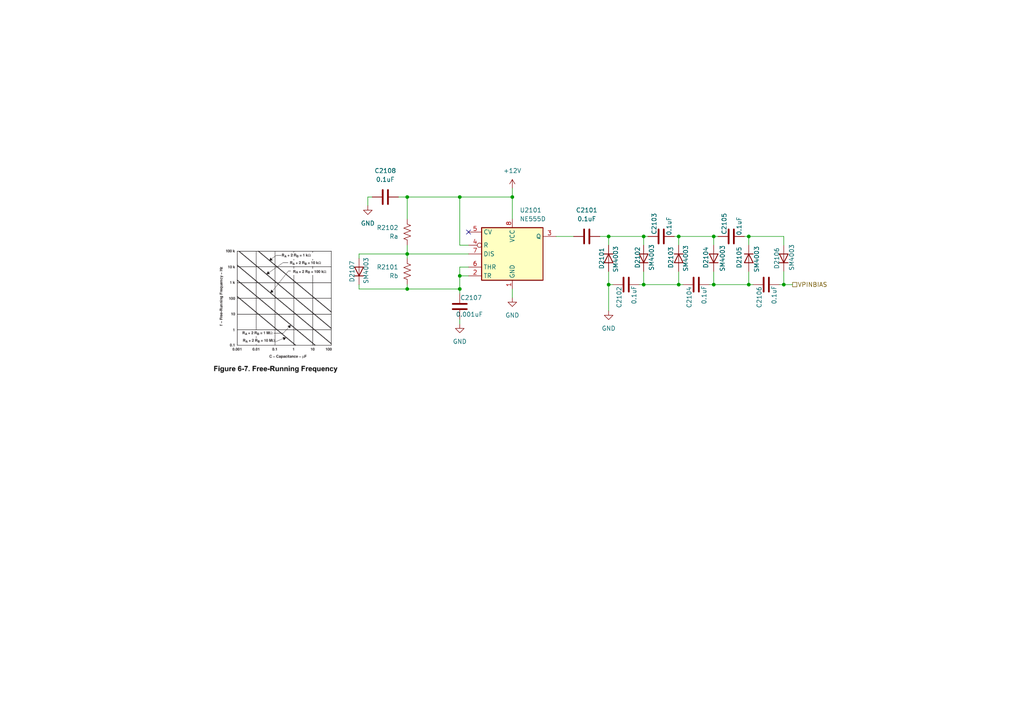
<source format=kicad_sch>
(kicad_sch (version 20250114) (generator "eeschema") (generator_version "9.0")
  (paper "A4")
  (lib_symbols
    (symbol "Device:C" (pin_numbers (hide yes)) (pin_names (offset 0.254))
      (property "Reference" "C" (at 0.635 2.54 0))
      (property "Value" "C" (at 0.635 -2.54 0))
      (symbol "C_0_1"
        (polyline (pts (xy -2.032 0.762) (xy 2.032 0.762)) (stroke (width 0.508)))
        (polyline (pts (xy -2.032 -0.762) (xy 2.032 -0.762)) (stroke (width 0.508)))
      )
      (symbol "C_1_1"
        (pin passive line (at 0 3.81 270) (length 2.794) (name "~") (number "1"))
        (pin passive line (at 0 -3.81 90) (length 2.794) (name "~") (number "2"))
      )
    )
    (symbol "Device:R_US" (pin_numbers (hide yes)) (pin_names (offset 0))
      (property "Reference" "R" (at 2.54 0 90))
      (property "Value" "R_US" (at -2.54 0 90))
      (symbol "R_US_0_1"
        (polyline (pts (xy 0 2.286) (xy 0 2.54)))
        (polyline (pts (xy 0 2.286) (xy 1.016 1.905) (xy 0 1.524) (xy -1.016 1.143) (xy 0 0.762)))
        (polyline (pts (xy 0 0.762) (xy 1.016 0.381) (xy 0 0) (xy -1.016 -0.381) (xy 0 -0.762)))
        (polyline (pts (xy 0 -0.762) (xy 1.016 -1.143) (xy 0 -1.524) (xy -1.016 -1.905) (xy 0 -2.286)))
        (polyline (pts (xy 0 -2.286) (xy 0 -2.54)))
      )
      (symbol "R_US_1_1"
        (pin passive line (at 0 3.81 270) (length 1.27) (name "~") (number "1"))
        (pin passive line (at 0 -3.81 90) (length 1.27) (name "~") (number "2"))
      )
    )
    (symbol "Diode:SM4003" (pin_numbers (hide yes)) (pin_names (hide yes))
      (property "Reference" "D" (at 0 2.54 0))
      (property "Value" "SM4003" (at 0 -2.54 0))
      (symbol "SM4003_0_1"
        (polyline (pts (xy -1.27 1.27) (xy -1.27 -1.27)) (stroke (width 0.254)))
        (polyline (pts (xy 1.27 1.27) (xy 1.27 -1.27) (xy -1.27 0) (xy 1.27 1.27)) (stroke (width 0.254)))
        (polyline (pts (xy 1.27 0) (xy -1.27 0)))
      )
      (symbol "SM4003_1_1"
        (pin passive line (at -3.81 0 0) (length 2.54) (name "K") (number "1"))
        (pin passive line (at 3.81 0 180) (length 2.54) (name "A") (number "2"))
      )
    )
    (symbol "Timer:NE555D"
      (property "Reference" "U2101" (at 2.1433 12.7 0))
      (property "Value" "NE555D" (at 2.1433 10.16 0))
      (symbol "NE555D_0_0"
        (pin power_in line (at 0 10.16 270) (length 2.54) (name "VCC") (number "8"))
        (pin power_in line (at 0 -10.16 90) (length 2.54) (name "GND") (number "1"))
      )
      (symbol "NE555D_0_1"
        (rectangle (start -8.89 -7.62) (end 8.89 7.62) (stroke (width 0.254)) (fill (type background)))
        (rectangle (start -8.89 -7.62) (end 8.89 7.62) (stroke (width 0.254)) (fill (type background)))
      )
      (symbol "NE555D_1_1"
        (pin input line (at -12.7 6.35 0) (length 3.81) (name "CV") (number "5"))
        (pin input inverted (at -12.7 2.54 0) (length 3.81) (name "R") (number "4"))
        (pin input line (at -12.7 0 0) (length 3.81) (name "DIS") (number "7"))
        (pin input line (at -12.7 -3.81 0) (length 3.81) (name "THR") (number "6"))
        (pin input line (at -12.7 -6.35 0) (length 3.81) (name "TR") (number "2"))
        (pin output line (at 12.7 5.08 180) (length 3.81) (name "Q") (number "3"))
      )
    )
    (symbol "power:+12V" (power) (pin_numbers (hide yes)) (pin_names (offset 0) (hide yes))
      (property "Value" "+12V" (at 0 3.556 0))
      (symbol "+12V_0_1"
        (polyline (pts (xy -0.762 1.27) (xy 0 2.54)))
        (polyline (pts (xy 0 2.54) (xy 0.762 1.27)))
        (polyline (pts (xy 0 0) (xy 0 2.54)))
      )
      (symbol "+12V_1_1"
        (pin power_in line (at 0 0 90) (length 0) (name "~") (number "1"))
      )
    )
    (symbol "power:GND" (power) (pin_numbers (hide yes)) (pin_names (offset 0) (hide yes))
      (property "Value" "GND" (at 0 -3.81 0))
      (symbol "GND_0_1"
        (polyline (pts (xy 0 0) (xy 0 -1.27) (xy 1.27 -1.27) (xy 0 -2.54) (xy -1.27 -1.27) (xy 0 -1.27)))
      )
      (symbol "GND_1_1"
        (pin power_in line (at 0 0 270) (length 0) (name "~") (number "1"))
      )
    )
  )
  (junction (at 133.35 83.82))
  (junction (at 176.53 68.58))
  (junction (at 227.33 82.55))
  (junction (at 118.11 83.82))
  (junction (at 118.11 73.66))
  (junction (at 207.01 68.58))
  (junction (at 186.69 82.55))
  (junction (at 217.17 82.55))
  (junction (at 186.69 68.58))
  (junction (at 196.85 82.55))
  (junction (at 133.35 80.01))
  (junction (at 217.17 68.58))
  (junction (at 148.59 57.15))
  (junction (at 133.35 57.15))
  (junction (at 196.85 68.58))
  (junction (at 176.53 82.55))
  (junction (at 118.11 57.15))
  (junction (at 207.01 82.55))
  (no_connect (at 135.89 67.31))
  (wire (pts (xy 217.17 71.12) (xy 217.17 68.58)))
  (wire (pts (xy 215.9 68.58) (xy 217.17 68.58)))
  (wire (pts (xy 186.69 82.55) (xy 186.69 78.74)))
  (wire (pts (xy 118.11 71.12) (xy 118.11 73.66)))
  (wire (pts (xy 186.69 68.58) (xy 186.69 71.12)))
  (wire (pts (xy 176.53 82.55) (xy 176.53 90.17)))
  (wire (pts (xy 195.58 68.58) (xy 196.85 68.58)))
  (wire (pts (xy 118.11 73.66) (xy 135.89 73.66)))
  (wire (pts (xy 135.89 77.47) (xy 133.35 77.47)))
  (wire (pts (xy 133.35 80.01) (xy 133.35 83.82)))
  (wire (pts (xy 196.85 68.58) (xy 207.01 68.58)))
  (wire (pts (xy 176.53 68.58) (xy 173.99 68.58)))
  (wire (pts (xy 217.17 82.55) (xy 217.17 78.74)))
  (wire (pts (xy 196.85 71.12) (xy 196.85 68.58)))
  (wire (pts (xy 118.11 74.93) (xy 118.11 73.66)))
  (wire (pts (xy 106.68 59.69) (xy 106.68 57.15)))
  (wire (pts (xy 118.11 83.82) (xy 118.11 82.55)))
  (wire (pts (xy 104.14 73.66) (xy 118.11 73.66)))
  (wire (pts (xy 133.35 92.71) (xy 133.35 93.98)))
  (wire (pts (xy 148.59 83.82) (xy 148.59 86.36)))
  (wire (pts (xy 148.59 57.15) (xy 148.59 63.5)))
  (wire (pts (xy 186.69 68.58) (xy 187.96 68.58)))
  (wire (pts (xy 148.59 54.61) (xy 148.59 57.15)))
  (wire (pts (xy 227.33 82.55) (xy 227.33 78.74)))
  (wire (pts (xy 176.53 68.58) (xy 176.53 71.12)))
  (wire (pts (xy 186.69 82.55) (xy 196.85 82.55)))
  (wire (pts (xy 135.89 71.12) (xy 133.35 71.12)))
  (wire (pts (xy 217.17 68.58) (xy 227.33 68.58)))
  (wire (pts (xy 118.11 57.15) (xy 118.11 63.5)))
  (wire (pts (xy 176.53 68.58) (xy 186.69 68.58)))
  (wire (pts (xy 207.01 82.55) (xy 217.17 82.55)))
  (wire (pts (xy 133.35 80.01) (xy 135.89 80.01)))
  (wire (pts (xy 133.35 57.15) (xy 148.59 57.15)))
  (wire (pts (xy 205.74 82.55) (xy 207.01 82.55)))
  (wire (pts (xy 133.35 83.82) (xy 133.35 85.09)))
  (wire (pts (xy 104.14 83.82) (xy 118.11 83.82)))
  (wire (pts (xy 115.57 57.15) (xy 118.11 57.15)))
  (wire (pts (xy 118.11 83.82) (xy 133.35 83.82)))
  (wire (pts (xy 227.33 68.58) (xy 227.33 71.12)))
  (wire (pts (xy 176.53 82.55) (xy 177.8 82.55)))
  (wire (pts (xy 207.01 78.74) (xy 207.01 82.55)))
  (wire (pts (xy 176.53 78.74) (xy 176.53 82.55)))
  (wire (pts (xy 133.35 71.12) (xy 133.35 57.15)))
  (wire (pts (xy 207.01 68.58) (xy 207.01 71.12)))
  (wire (pts (xy 104.14 74.93) (xy 104.14 73.66)))
  (wire (pts (xy 217.17 82.55) (xy 218.44 82.55)))
  (wire (pts (xy 118.11 57.15) (xy 133.35 57.15)))
  (wire (pts (xy 207.01 68.58) (xy 208.28 68.58)))
  (wire (pts (xy 227.33 82.55) (xy 226.06 82.55)))
  (wire (pts (xy 185.42 82.55) (xy 186.69 82.55)))
  (wire (pts (xy 196.85 82.55) (xy 196.85 78.74)))
  (wire (pts (xy 104.14 82.55) (xy 104.14 83.82)))
  (wire (pts (xy 229.87 82.55) (xy 227.33 82.55)))
  (wire (pts (xy 196.85 82.55) (xy 198.12 82.55)))
  (wire (pts (xy 133.35 77.47) (xy 133.35 80.01)))
  (wire (pts (xy 106.68 57.15) (xy 107.95 57.15)))
  (wire (pts (xy 161.29 68.58) (xy 166.37 68.58)))
  (image (at 80.01 90.17) (scale 0.513014))
  (hierarchical_label "VPINBIAS" (shape passive) (at 229.87 82.55 0))
  (symbol (lib_id "Device:C") (at 133.35 88.9 0) (mirror y) (unit 1)
    (property "Reference" "C2107" (at 136.652 86.36 0))
    (property "Value" "0.001uF" (at 136.144 91.186 0))
    (property "Description" "Unpolarized capacitor" (effects (hide yes)))
  )
  (symbol (lib_id "Device:C") (at 191.77 68.58 270) (unit 1)
    (property "Reference" "C2103" (at 189.738 68.072 0) (effects (justify right)))
    (property "Value" "0.1uF" (at 194.056 68.326 0) (effects (justify right)))
    (property "Description" "Unpolarized capacitor" (effects (hide yes)))
  )
  (symbol (lib_id "Diode:SM4003") (at 104.14 78.74 270) (mirror x) (unit 1)
    (property "Reference" "D2107" (at 102.108 78.74 0))
    (property "Value" "SM4003" (at 106.172 78.486 0))
    (property "Footprint" "Diode_SMD:D_MELF" (effects (hide yes)))
    (property "Datasheet" "http://cdn-reichelt.de/documents/datenblatt/A400/SMD1N400%23DIO.pdf" (effects (hide yes)))
    (property "Description" "200V 1A General Purpose Rectifier Diode, MELF" (effects (hide yes)))
    (property "Sim.Device" "D" (effects (hide yes)))
    (property "Sim.Pins" "1=K 2=A" (effects (hide yes)))
  )
  (symbol (lib_id "Timer:NE555D") (at 148.59 73.66 0) (unit 1)
    (property "Reference" "U2101" (at 150.7333 60.96 0) (effects (justify left)))
    (property "Value" "NE555D" (at 150.7333 63.5 0) (effects (justify left)))
    (property "Footprint" "Package_SO:SOIC-8_3.9x4.9mm_P1.27mm" (effects (hide yes)))
    (property "Datasheet" "http://www.ti.com/lit/ds/symlink/ne555.pdf" (effects (hide yes)))
    (property "Description" "Precision Timers, 555 compatible, SOIC-8" (effects (hide yes)))
  )
  (symbol (lib_id "Device:C") (at 222.25 82.55 270) (mirror x) (unit 1)
    (property "Reference" "C2106" (at 220.218 83.058 0) (effects (justify right)))
    (property "Value" "0.1uF" (at 224.536 82.804 0) (effects (justify right)))
    (property "Description" "Unpolarized capacitor" (effects (hide yes)))
  )
  (symbol (lib_id "power:+12V") (at 148.59 54.61 0) (unit 1)
    (property "Reference" "#PWR02102" (effects (hide yes)))
    (property "Value" "+12V" (at 148.59 49.53 0))
    (property "Description" "Power symbol creates a global label with name \"+12V\"" (effects (hide yes)))
  )
  (symbol (lib_id "Diode:SM4003") (at 186.69 74.93 90) (unit 1)
    (property "Reference" "D2102" (at 184.912 74.676 0))
    (property "Value" "SM4003" (at 188.976 74.676 0))
    (property "Footprint" "Diode_SMD:D_MELF" (effects (hide yes)))
    (property "Datasheet" "http://cdn-reichelt.de/documents/datenblatt/A400/SMD1N400%23DIO.pdf" (effects (hide yes)))
    (property "Description" "200V 1A General Purpose Rectifier Diode, MELF" (effects (hide yes)))
    (property "Sim.Device" "D" (effects (hide yes)))
    (property "Sim.Pins" "1=K 2=A" (effects (hide yes)))
  )
  (symbol (lib_id "Diode:SM4003") (at 227.33 74.93 90) (unit 1)
    (property "Reference" "D2106" (at 225.298 74.93 0))
    (property "Value" "SM4003" (at 229.616 74.676 0))
    (property "Footprint" "Diode_SMD:D_MELF" (effects (hide yes)))
    (property "Datasheet" "http://cdn-reichelt.de/documents/datenblatt/A400/SMD1N400%23DIO.pdf" (effects (hide yes)))
    (property "Description" "200V 1A General Purpose Rectifier Diode, MELF" (effects (hide yes)))
    (property "Sim.Device" "D" (effects (hide yes)))
    (property "Sim.Pins" "1=K 2=A" (effects (hide yes)))
  )
  (symbol (lib_id "power:GND") (at 106.68 59.69 0) (unit 1)
    (property "Reference" "#PWR02105" (effects (hide yes)))
    (property "Value" "GND" (at 106.68 64.77 0))
    (property "Description" "Power symbol creates a global label with name \"GND\" , ground" (effects (hide yes)))
  )
  (symbol (lib_id "Device:C") (at 170.18 68.58 90) (unit 1)
    (property "Reference" "C2101" (at 170.18 60.96 90))
    (property "Value" "0.1uF" (at 170.18 63.5 90))
    (property "Description" "Unpolarized capacitor" (effects (hide yes)))
  )
  (symbol (lib_id "Device:C") (at 201.93 82.55 270) (mirror x) (unit 1)
    (property "Reference" "C2104" (at 199.898 83.058 0) (effects (justify right)))
    (property "Value" "0.1uF" (at 204.216 82.804 0) (effects (justify right)))
    (property "Description" "Unpolarized capacitor" (effects (hide yes)))
  )
  (symbol (lib_id "Diode:SM4003") (at 217.17 74.93 270) (unit 1)
    (property "Reference" "D2105" (at 214.376 74.676 0))
    (property "Value" "SM4003" (at 219.456 75.184 0))
    (property "Footprint" "Diode_SMD:D_MELF" (effects (hide yes)))
    (property "Datasheet" "http://cdn-reichelt.de/documents/datenblatt/A400/SMD1N400%23DIO.pdf" (effects (hide yes)))
    (property "Description" "200V 1A General Purpose Rectifier Diode, MELF" (effects (hide yes)))
    (property "Sim.Device" "D" (effects (hide yes)))
    (property "Sim.Pins" "1=K 2=A" (effects (hide yes)))
  )
  (symbol (lib_id "Diode:SM4003") (at 196.85 74.93 270) (unit 1)
    (property "Reference" "D2103" (at 194.564 74.676 0))
    (property "Value" "SM4003" (at 198.882 74.93 0))
    (property "Footprint" "Diode_SMD:D_MELF" (effects (hide yes)))
    (property "Datasheet" "http://cdn-reichelt.de/documents/datenblatt/A400/SMD1N400%23DIO.pdf" (effects (hide yes)))
    (property "Description" "200V 1A General Purpose Rectifier Diode, MELF" (effects (hide yes)))
    (property "Sim.Device" "D" (effects (hide yes)))
    (property "Sim.Pins" "1=K 2=A" (effects (hide yes)))
  )
  (symbol (lib_id "Device:C") (at 212.09 68.58 270) (unit 1)
    (property "Reference" "C2105" (at 210.058 68.072 0) (effects (justify right)))
    (property "Value" "0.1uF" (at 214.376 68.326 0) (effects (justify right)))
    (property "Description" "Unpolarized capacitor" (effects (hide yes)))
  )
  (symbol (lib_id "Diode:SM4003") (at 176.53 74.93 270) (unit 1)
    (property "Reference" "D2101" (at 174.498 74.93 0))
    (property "Value" "SM4003" (at 178.562 75.184 0))
    (property "Footprint" "Diode_SMD:D_MELF" (effects (hide yes)))
    (property "Datasheet" "http://cdn-reichelt.de/documents/datenblatt/A400/SMD1N400%23DIO.pdf" (effects (hide yes)))
    (property "Description" "200V 1A General Purpose Rectifier Diode, MELF" (effects (hide yes)))
    (property "Sim.Device" "D" (effects (hide yes)))
    (property "Sim.Pins" "1=K 2=A" (effects (hide yes)))
  )
  (symbol (lib_id "power:GND") (at 176.53 90.17 0) (unit 1)
    (property "Reference" "#PWR02101" (effects (hide yes)))
    (property "Value" "GND" (at 176.53 95.25 0))
    (property "Description" "Power symbol creates a global label with name \"GND\" , ground" (effects (hide yes)))
  )
  (symbol (lib_id "power:GND") (at 133.35 93.98 0) (unit 1)
    (property "Reference" "#PWR02104" (effects (hide yes)))
    (property "Value" "GND" (at 133.35 99.06 0))
    (property "Description" "Power symbol creates a global label with name \"GND\" , ground" (effects (hide yes)))
  )
  (symbol (lib_id "Device:R_US") (at 118.11 78.74 0) (unit 1)
    (property "Reference" "R2101" (at 115.57 77.4699 0) (effects (justify right)))
    (property "Value" "Rb" (at 115.57 80.0099 0) (effects (justify right)))
    (property "Description" "Resistor, US symbol" (effects (hide yes)))
  )
  (symbol (lib_id "power:GND") (at 148.59 86.36 0) (unit 1)
    (property "Reference" "#PWR02103" (effects (hide yes)))
    (property "Value" "GND" (at 148.59 91.44 0))
    (property "Description" "Power symbol creates a global label with name \"GND\" , ground" (effects (hide yes)))
  )
  (symbol (lib_id "Device:C") (at 181.61 82.55 270) (mirror x) (unit 1)
    (property "Reference" "C2102" (at 179.578 83.058 0) (effects (justify right)))
    (property "Value" "0.1uF" (at 183.896 82.804 0) (effects (justify right)))
    (property "Description" "Unpolarized capacitor" (effects (hide yes)))
  )
  (symbol (lib_id "Diode:SM4003") (at 207.01 74.93 90) (unit 1)
    (property "Reference" "D2104" (at 204.724 74.676 0))
    (property "Value" "SM4003" (at 209.55 74.93 0))
    (property "Footprint" "Diode_SMD:D_MELF" (effects (hide yes)))
    (property "Datasheet" "http://cdn-reichelt.de/documents/datenblatt/A400/SMD1N400%23DIO.pdf" (effects (hide yes)))
    (property "Description" "200V 1A General Purpose Rectifier Diode, MELF" (effects (hide yes)))
    (property "Sim.Device" "D" (effects (hide yes)))
    (property "Sim.Pins" "1=K 2=A" (effects (hide yes)))
  )
  (symbol (lib_id "Device:R_US") (at 118.11 67.31 0) (unit 1)
    (property "Reference" "R2102" (at 115.57 66.0399 0) (effects (justify right)))
    (property "Value" "Ra" (at 115.57 68.5799 0) (effects (justify right)))
    (property "Description" "Resistor, US symbol" (effects (hide yes)))
  )
  (symbol (lib_id "Device:C") (at 111.76 57.15 90) (unit 1)
    (property "Reference" "C2108" (at 111.76 49.53 90))
    (property "Value" "0.1uF" (at 111.76 52.07 90))
    (property "Description" "Unpolarized capacitor" (effects (hide yes)))
  )
)
</source>
